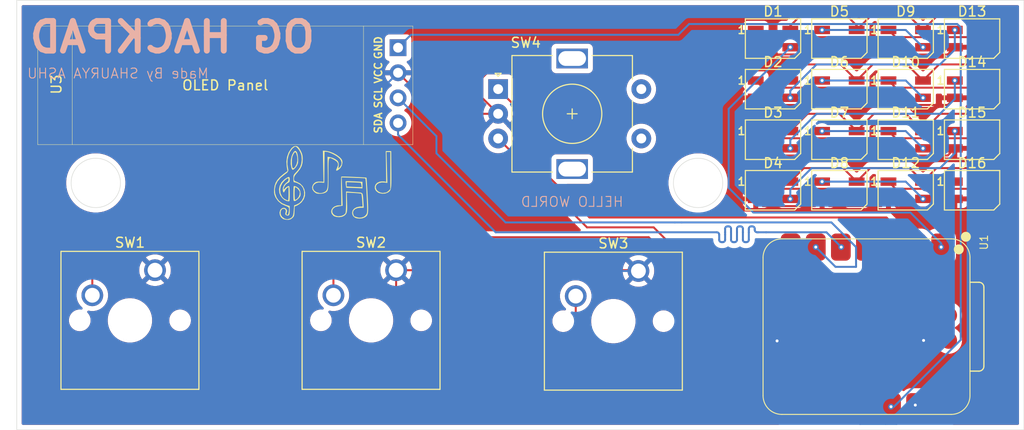
<source format=kicad_pcb>
(kicad_pcb (version 20241229) (generator "pcbnew") (generator_version "9.0")
  (layers (0 "F.Cu" signal) (2 "B.Cu" signal) (13 "F.Paste" user) (15 "B.Paste" user) (5 "F.SilkS" user "F.Silkscreen") (7 "B.SilkS" user "B.Silkscreen") (1 "F.Mask" user) (3 "B.Mask" user) (25 "Edge.Cuts" user))
  (net 0 "")
  (net 1 "Net-(D1-DOUT)")
  (net 2 "/<NO NET>")
  (net 3 "Net-(D2-DOUT)")
  (net 4 "Net-(D13-DOUT)")
  (net 5 "Net-(D3-DOUT)")
  (net 6 "Net-(D14-DOUT)")
  (net 7 "GND")
  (net 8 "Net-(D4-DOUT)")
  (net 9 "+5V")
  (net 10 "Net-(D15-DOUT)")
  (net 11 "Net-(D5-DOUT)")
  (net 12 "Net-(D10-DIN)")
  (net 13 "Net-(D11-DIN)")
  (net 14 "Net-(D12-DIN)")
  (net 15 "Net-(D13-DIN)")
  (net 16 "Net-(D10-DOUT)")
  (net 17 "Net-(D11-DOUT)")
  (net 18 "Net-(D12-DOUT)")
  (net 20 "/s1")
  (net 21 "/s2")
  (net 22 "/s3")
  (net 23 "/R2")
  (net 24 "/SDA")
  (net 25 "/SCL")
  (net 32 "VCC")
  (footprint "LED_SMD:LED_SK6812MINI_PLCC4_3.5x3.5mm_P1.75mm" (layer "F.Cu") (at 197.81 47.885)
    (property "Reference" "D5" (at 0 -2.75 0) (layer "F.SilkS"))
    (property "Value" "SK6812MINI")
    (fp_text user "1" (at -3.2 -0.875 0) (layer "F.SilkS") (effects (font (size 0.8 0.8))))
    (pad "1" smd rect (at -1.75 -0.875) (size 1.6 0.85) (layers "F.Cu" "F.Mask" "F.Paste") (net 11 "Net-(D5-DOUT)"))
    (pad "2" smd rect (at -1.75 0.875) (size 1.6 0.85) (layers "F.Cu" "F.Mask" "F.Paste") (net 7 "GND"))
    (pad "3" smd rect (at 1.75 0.875) (size 1.6 0.85) (layers "F.Cu" "F.Mask" "F.Paste") (net 1 "Net-(D1-DOUT)"))
    (pad "4" smd rect (at 1.75 -0.875) (size 1.6 0.85) (layers "F.Cu" "F.Mask" "F.Paste") (net 9 "+5V"))
  )
  (footprint "OPL Lib:XIAO-RP2040-SMD" (layer "F.Cu") (at 200.5 77 -90)
    (property "Reference" "U1" (at -9.335 -11.5 90) (layer "F.SilkS") (effects (font (size 0.78232 0.78232) (thickness 0.10668)) (justify right top)))
    (property "Value" "XIAO-RP2040-SMD")
    (pad "1" smd roundrect (at -8 -7.62 270) (size 2.75 2) (layers "F.Cu" "F.Mask" "F.Paste") (net 2 "/<NO NET>"))
    (pad "2" smd roundrect (at -8 -5.08 270) (size 2.75 2) (layers "F.Cu" "F.Mask" "F.Paste") (net 2 "/<NO NET>"))
    (pad "3" smd roundrect (at -8 -2.54 270) (size 2.75 2) (layers "F.Cu" "F.Mask" "F.Paste") (net 23 "/R2"))
    (pad "4" smd roundrect (at -8 0 270) (size 2.75 2) (layers "F.Cu" "F.Mask" "F.Paste"))
    (pad "5" smd roundrect (at -8 2.54 270) (size 2.75 2) (layers "F.Cu" "F.Mask" "F.Paste") (net 24 "/SDA"))
    (pad "6" smd roundrect (at -8 5.08 270) (size 2.75 2) (layers "F.Cu" "F.Mask" "F.Paste") (net 25 "/SCL"))
    (pad "7" smd roundrect (at -8 7.62 270) (size 2.75 2) (layers "F.Cu" "F.Mask" "F.Paste"))
    (pad "8" smd roundrect (at 8.165 7.62 270) (size 2.75 2) (layers "F.Cu" "F.Mask" "F.Paste"))
    (pad "9" smd roundrect (at 8.165 5.08 270) (size 2.75 2) (layers "F.Cu" "F.Mask" "F.Paste") (net 22 "/s3"))
    (pad "10" smd roundrect (at 8.165 2.54 270) (size 2.75 2) (layers "F.Cu" "F.Mask" "F.Paste") (net 21 "/s2"))
    (pad "11" smd roundrect (at 8.165 0 270) (size 2.75 2) (layers "F.Cu" "F.Mask" "F.Paste") (net 20 "/s1"))
    (pad "12" smd roundrect (at 8.165 -2.54 270) (size 2.75 2) (layers "F.Cu" "F.Mask" "F.Paste") (net 32 "VCC"))
    (pad "13" smd roundrect (at 8.165 -5.08 270) (size 2.75 2) (layers "F.Cu" "F.Mask" "F.Paste") (net 7 "GND"))
    (pad "14" smd roundrect (at 8.165 -7.62 270) (size 2.75 2) (layers "F.Cu" "F.Mask" "F.Paste") (net 9 "+5V"))
    (pad "15" smd roundrect (at -1.088 8.64 180) (size 2.5 1.1) (layers "F.Cu" "F.Mask" "F.Paste"))
    (pad "16" smd roundrect (at 1.452 8.64 180) (size 2.5 1.1) (layers "F.Cu" "F.Mask" "F.Paste") (net 7 "GND"))
    (pad "17" smd circle (at -1.088 -8.378 270) (size 1.7 1.7) (layers "F.Cu" "F.Mask" "F.Paste"))
    (pad "18" smd circle (at 1.452 -8.378 270) (size 1.7 1.7) (layers "F.Cu" "F.Mask" "F.Paste"))
    (pad "19" smd circle (at -1.088 -5.838 270) (size 1.7 1.7) (layers "F.Cu" "F.Mask" "F.Paste"))
    (pad "20" smd circle (at 1.452 -5.838 270) (size 1.7 1.7) (layers "F.Cu" "F.Mask" "F.Paste") (net 7 "GND"))
  )
  (footprint "LED_SMD:LED_SK6812MINI_PLCC4_3.5x3.5mm_P1.75mm" (layer "F.Cu") (at 197.81 53.005)
    (property "Reference" "D6" (at 0 -2.75 0) (layer "F.SilkS"))
    (property "Value" "SK6812MINI")
    (fp_text user "1" (at -3.2 -0.875 0) (layer "F.SilkS") (effects (font (size 0.8 0.8))))
    (pad "1" smd rect (at -1.75 -0.875) (size 1.6 0.85) (layers "F.Cu" "F.Mask" "F.Paste") (net 12 "Net-(D10-DIN)"))
    (pad "2" smd rect (at -1.75 0.875) (size 1.6 0.85) (layers "F.Cu" "F.Mask" "F.Paste") (net 7 "GND"))
    (pad "3" smd rect (at 1.75 0.875) (size 1.6 0.85) (layers "F.Cu" "F.Mask" "F.Paste") (net 3 "Net-(D2-DOUT)"))
    (pad "4" smd rect (at 1.75 -0.875) (size 1.6 0.85) (layers "F.Cu" "F.Mask" "F.Paste") (net 9 "+5V"))
  )
  (footprint "LED_SMD:LED_SK6812MINI_PLCC4_3.5x3.5mm_P1.75mm" (layer "F.Cu") (at 204.53 53.005)
    (property "Reference" "D10" (at 0 -2.75 0) (layer "F.SilkS"))
    (property "Value" "SK6812MINI")
    (fp_text user "1" (at -3.2 -0.875 0) (layer "F.SilkS") (effects (font (size 0.8 0.8))))
    (pad "1" smd rect (at -1.75 -0.875) (size 1.6 0.85) (layers "F.Cu" "F.Mask" "F.Paste") (net 16 "Net-(D10-DOUT)"))
    (pad "2" smd rect (at -1.75 0.875) (size 1.6 0.85) (layers "F.Cu" "F.Mask" "F.Paste") (net 7 "GND"))
    (pad "3" smd rect (at 1.75 0.875) (size 1.6 0.85) (layers "F.Cu" "F.Mask" "F.Paste") (net 12 "Net-(D10-DIN)"))
    (pad "4" smd rect (at 1.75 -0.875) (size 1.6 0.85) (layers "F.Cu" "F.Mask" "F.Paste") (net 9 "+5V"))
  )
  (footprint "LED_SMD:LED_SK6812MINI_PLCC4_3.5x3.5mm_P1.75mm" (layer "F.Cu") (at 197.81 58.125)
    (property "Reference" "D7" (at 0 -2.75 0) (layer "F.SilkS"))
    (property "Value" "SK6812MINI")
    (fp_text user "1" (at -3.2 -0.875 0) (layer "F.SilkS") (effects (font (size 0.8 0.8))))
    (pad "1" smd rect (at -1.75 -0.875) (size 1.6 0.85) (layers "F.Cu" "F.Mask" "F.Paste") (net 13 "Net-(D11-DIN)"))
    (pad "2" smd rect (at -1.75 0.875) (size 1.6 0.85) (layers "F.Cu" "F.Mask" "F.Paste") (net 7 "GND"))
    (pad "3" smd rect (at 1.75 0.875) (size 1.6 0.85) (layers "F.Cu" "F.Mask" "F.Paste") (net 5 "Net-(D3-DOUT)"))
    (pad "4" smd rect (at 1.75 -0.875) (size 1.6 0.85) (layers "F.Cu" "F.Mask" "F.Paste") (net 9 "+5V"))
  )
  (footprint "LED_SMD:LED_SK6812MINI_PLCC4_3.5x3.5mm_P1.75mm" (layer "F.Cu") (at 211.25 53.005)
    (property "Reference" "D14" (at 0 -2.75 0) (layer "F.SilkS"))
    (property "Value" "SK6812MINI")
    (fp_text user "1" (at -3.2 -0.875 0) (layer "F.SilkS") (effects (font (size 0.8 0.8))))
    (pad "1" smd rect (at -1.75 -0.875) (size 1.6 0.85) (layers "F.Cu" "F.Mask" "F.Paste") (net 6 "Net-(D14-DOUT)"))
    (pad "2" smd rect (at -1.75 0.875) (size 1.6 0.85) (layers "F.Cu" "F.Mask" "F.Paste") (net 7 "GND"))
    (pad "3" smd rect (at 1.75 0.875) (size 1.6 0.85) (layers "F.Cu" "F.Mask" "F.Paste") (net 16 "Net-(D10-DOUT)"))
    (pad "4" smd rect (at 1.75 -0.875) (size 1.6 0.85) (layers "F.Cu" "F.Mask" "F.Paste") (net 9 "+5V"))
  )
  (footprint "LED_SMD:LED_SK6812MINI_PLCC4_3.5x3.5mm_P1.75mm" (layer "F.Cu") (at 191.09 47.885)
    (property "Reference" "D1" (at 0 -2.75 0) (layer "F.SilkS"))
    (property "Value" "SK6812MINI")
    (fp_text user "1" (at -3.2 -0.875 0) (layer "F.SilkS") (effects (font (size 0.8 0.8))))
    (pad "1" smd rect (at -1.75 -0.875) (size 1.6 0.85) (layers "F.Cu" "F.Mask" "F.Paste") (net 1 "Net-(D1-DOUT)"))
    (pad "2" smd rect (at -1.75 0.875) (size 1.6 0.85) (layers "F.Cu" "F.Mask" "F.Paste") (net 7 "GND"))
    (pad "3" smd rect (at 1.75 0.875) (size 1.6 0.85) (layers "F.Cu" "F.Mask" "F.Paste") (net 2 "/<NO NET>"))
    (pad "4" smd rect (at 1.75 -0.875) (size 1.6 0.85) (layers "F.Cu" "F.Mask" "F.Paste") (net 9 "+5V"))
  )
  (footprint "LED_SMD:LED_SK6812MINI_PLCC4_3.5x3.5mm_P1.75mm" (layer "F.Cu") (at 191.09 63.245)
    (property "Reference" "D4" (at 0 -2.75 0) (layer "F.SilkS"))
    (property "Value" "SK6812MINI")
    (fp_text user "1" (at -3.2 -0.875 0) (layer "F.SilkS") (effects (font (size 0.8 0.8))))
    (pad "1" smd rect (at -1.75 -0.875) (size 1.6 0.85) (layers "F.Cu" "F.Mask" "F.Paste") (net 8 "Net-(D4-DOUT)"))
    (pad "2" smd rect (at -1.75 0.875) (size 1.6 0.85) (layers "F.Cu" "F.Mask" "F.Paste") (net 7 "GND"))
    (pad "3" smd rect (at 1.75 0.875) (size 1.6 0.85) (layers "F.Cu" "F.Mask" "F.Paste") (net 10 "Net-(D15-DOUT)"))
    (pad "4" smd rect (at 1.75 -0.875) (size 1.6 0.85) (layers "F.Cu" "F.Mask" "F.Paste") (net 9 "+5V"))
  )
  (footprint "Button_Switch_Keyboard:SW_Cherry_MX_1.00u_PCB" (layer "F.Cu") (at 152.92 71.34)
    (property "Reference" "SW2" (at -2.54 -2.794 0) (layer "F.SilkS"))
    (property "Value" "SW_Push")
    (pad "" np_thru_hole circle (at -7.62 5.08) (size 1.7 1.7) (drill 1.7) (layers "*.Cu" "*.Mask"))
    (pad "" np_thru_hole circle (at -2.54 5.08) (size 4 4) (drill 4) (layers "*.Cu" "*.Mask"))
    (pad "" np_thru_hole circle (at 2.54 5.08) (size 1.7 1.7) (drill 1.7) (layers "*.Cu" "*.Mask"))
    (pad "1" thru_hole circle (at 0 0) (size 2.2 2.2) (drill 1.5) (layers "*.Cu" "*.Mask") (net 7 "GND"))
    (pad "2" thru_hole circle (at -6.35 2.54) (size 2.2 2.2) (drill 1.5) (layers "*.Cu" "*.Mask") (net 21 "/s2"))
  )
  (footprint "Button_Switch_Keyboard:SW_Cherry_MX_1.00u_PCB" (layer "F.Cu") (at 177.46 71.42)
    (property "Reference" "SW3" (at -2.54 -2.794 0) (layer "F.SilkS"))
    (property "Value" "SW_Push")
    (pad "" np_thru_hole circle (at -7.62 5.08) (size 1.7 1.7) (drill 1.7) (layers "*.Cu" "*.Mask"))
    (pad "" np_thru_hole circle (at -2.54 5.08) (size 4 4) (drill 4) (layers "*.Cu" "*.Mask"))
    (pad "" np_thru_hole circle (at 2.54 5.08) (size 1.7 1.7) (drill 1.7) (layers "*.Cu" "*.Mask"))
    (pad "1" thru_hole circle (at 0 0) (size 2.2 2.2) (drill 1.5) (layers "*.Cu" "*.Mask") (net 7 "GND"))
    (pad "2" thru_hole circle (at -6.35 2.54) (size 2.2 2.2) (drill 1.5) (layers "*.Cu" "*.Mask") (net 22 "/s3"))
  )
  (footprint "LED_SMD:LED_SK6812MINI_PLCC4_3.5x3.5mm_P1.75mm" (layer "F.Cu") (at 191.09 58.125)
    (property "Reference" "D3" (at 0 -2.75 0) (layer "F.SilkS"))
    (property "Value" "SK6812MINI")
    (fp_text user "1" (at -3.2 -0.875 0) (layer "F.SilkS") (effects (font (size 0.8 0.8))))
    (pad "1" smd rect (at -1.75 -0.875) (size 1.6 0.85) (layers "F.Cu" "F.Mask" "F.Paste") (net 5 "Net-(D3-DOUT)"))
    (pad "2" smd rect (at -1.75 0.875) (size 1.6 0.85) (layers "F.Cu" "F.Mask" "F.Paste") (net 7 "GND"))
    (pad "3" smd rect (at 1.75 0.875) (size 1.6 0.85) (layers "F.Cu" "F.Mask" "F.Paste") (net 6 "Net-(D14-DOUT)"))
    (pad "4" smd rect (at 1.75 -0.875) (size 1.6 0.85) (layers "F.Cu" "F.Mask" "F.Paste") (net 9 "+5V"))
  )
  (footprint "LED_SMD:LED_SK6812MINI_PLCC4_3.5x3.5mm_P1.75mm" (layer "F.Cu") (at 204.53 63.245)
    (property "Reference" "D12" (at 0 -2.75 0) (layer "F.SilkS"))
    (property "Value" "SK6812MINI")
    (fp_text user "1" (at -3.2 -0.875 0) (layer "F.SilkS") (effects (font (size 0.8 0.8))))
    (pad "1" smd rect (at -1.75 -0.875) (size 1.6 0.85) (layers "F.Cu" "F.Mask" "F.Paste") (net 18 "Net-(D12-DOUT)"))
    (pad "2" smd rect (at -1.75 0.875) (size 1.6 0.85) (layers "F.Cu" "F.Mask" "F.Paste") (net 7 "GND"))
    (pad "3" smd rect (at 1.75 0.875) (size 1.6 0.85) (layers "F.Cu" "F.Mask" "F.Paste") (net 14 "Net-(D12-DIN)"))
    (pad "4" smd rect (at 1.75 -0.875) (size 1.6 0.85) (layers "F.Cu" "F.Mask" "F.Paste") (net 9 "+5V"))
  )
  (footprint "LED_SMD:LED_SK6812MINI_PLCC4_3.5x3.5mm_P1.75mm" (layer "F.Cu") (at 204.53 58.125)
    (property "Reference" "D11" (at 0 -2.75 0) (layer "F.SilkS"))
    (property "Value" "SK6812MINI")
    (fp_text user "1" (at -3.2 -0.875 0) (layer "F.SilkS") (effects (font (size 0.8 0.8))))
    (pad "1" smd rect (at -1.75 -0.875) (size 1.6 0.85) (layers "F.Cu" "F.Mask" "F.Paste") (net 17 "Net-(D11-DOUT)"))
    (pad "2" smd rect (at -1.75 0.875) (size 1.6 0.85) (layers "F.Cu" "F.Mask" "F.Paste") (net 7 "GND"))
    (pad "3" smd rect (at 1.75 0.875) (size 1.6 0.85) (layers "F.Cu" "F.Mask" "F.Paste") (net 13 "Net-(D11-DIN)"))
    (pad "4" smd rect (at 1.75 -0.875) (size 1.6 0.85) (layers "F.Cu" "F.Mask" "F.Paste") (net 9 "+5V"))
  )
  (footprint "LED_SMD:LED_SK6812MINI_PLCC4_3.5x3.5mm_P1.75mm" (layer "F.Cu") (at 204.53 47.885)
    (property "Reference" "D9" (at 0 -2.75 0) (layer "F.SilkS"))
    (property "Value" "SK6812MINI")
    (fp_text user "1" (at -3.2 -0.875 0) (layer "F.SilkS") (effects (font (size 0.8 0.8))))
    (pad "1" smd rect (at -1.75 -0.875) (size 1.6 0.85) (layers "F.Cu" "F.Mask" "F.Paste") (net 15 "Net-(D13-DIN)"))
    (pad "2" smd rect (at -1.75 0.875) (size 1.6 0.85) (layers "F.Cu" "F.Mask" "F.Paste") (net 7 "GND"))
    (pad "3" smd rect (at 1.75 0.875) (size 1.6 0.85) (layers "F.Cu" "F.Mask" "F.Paste") (net 11 "Net-(D5-DOUT)"))
    (pad "4" smd rect (at 1.75 -0.875) (size 1.6 0.85) (layers "F.Cu" "F.Mask" "F.Paste") (net 9 "+5V"))
  )
  (footprint "LED_SMD:LED_SK6812MINI_PLCC4_3.5x3.5mm_P1.75mm" (layer "F.Cu") (at 211.25 47.885)
    (property "Reference" "D13" (at 0 -2.75 0) (layer "F.SilkS"))
    (property "Value" "SK6812MINI")
    (fp_text user "1" (at -3.2 -0.875 0) (layer "F.SilkS") (effects (font (size 0.8 0.8))))
    (pad "1" smd rect (at -1.75 -0.875) (size 1.6 0.85) (layers "F.Cu" "F.Mask" "F.Paste") (net 4 "Net-(D13-DOUT)"))
    (pad "2" smd rect (at -1.75 0.875) (size 1.6 0.85) (layers "F.Cu" "F.Mask" "F.Paste") (net 7 "GND"))
    (pad "3" smd rect (at 1.75 0.875) (size 1.6 0.85) (layers "F.Cu" "F.Mask" "F.Paste") (net 15 "Net-(D13-DIN)"))
    (pad "4" smd rect (at 1.75 -0.875) (size 1.6 0.85) (layers "F.Cu" "F.Mask" "F.Paste") (net 9 "+5V"))
  )
  (footprint "LED_SMD:LED_SK6812MINI_PLCC4_3.5x3.5mm_P1.75mm" (layer "F.Cu") (at 211.25 63.245)
    (property "Reference" "D16" (at 0 -2.75 0) (layer "F.SilkS"))
    (property "Value" "SK6812MINI")
    (fp_text user "1" (at -3.2 -0.875 0) (layer "F.SilkS") (effects (font (size 0.8 0.8))))
    (pad "1" smd rect (at -1.75 -0.875) (size 1.6 0.85) (layers "F.Cu" "F.Mask" "F.Paste"))
    (pad "2" smd rect (at -1.75 0.875) (size 1.6 0.85) (layers "F.Cu" "F.Mask" "F.Paste") (net 7 "GND"))
    (pad "3" smd rect (at 1.75 0.875) (size 1.6 0.85) (layers "F.Cu" "F.Mask" "F.Paste") (net 18 "Net-(D12-DOUT)"))
    (pad "4" smd rect (at 1.75 -0.875) (size 1.6 0.85) (layers "F.Cu" "F.Mask" "F.Paste") (net 9 "+5V"))
  )
  (footprint "LED_SMD:LED_SK6812MINI_PLCC4_3.5x3.5mm_P1.75mm" (layer "F.Cu") (at 191.09 53.005)
    (property "Reference" "D2" (at 0 -2.75 0) (layer "F.SilkS"))
    (property "Value" "SK6812MINI")
    (fp_text user "1" (at -3.2 -0.875 0) (layer "F.SilkS") (effects (font (size 0.8 0.8))))
    (pad "1" smd rect (at -1.75 -0.875) (size 1.6 0.85) (layers "F.Cu" "F.Mask" "F.Paste") (net 3 "Net-(D2-DOUT)"))
    (pad "2" smd rect (at -1.75 0.875) (size 1.6 0.85) (layers "F.Cu" "F.Mask" "F.Paste") (net 7 "GND"))
    (pad "3" smd rect (at 1.75 0.875) (size 1.6 0.85) (layers "F.Cu" "F.Mask" "F.Paste") (net 4 "Net-(D13-DOUT)"))
    (pad "4" smd rect (at 1.75 -0.875) (size 1.6 0.85) (layers "F.Cu" "F.Mask" "F.Paste") (net 9 "+5V"))
  )
  (footprint "KiCad-SSD1306-0.91-OLED-4pin-128x32.pretty-master:SSD1306-0.91-OLED-4pin-128x32" (layer "F.Cu") (at 116.615 46.615)
    (property "Reference" "U3" (at 1.9 5.91 90) (layer "F.SilkS"))
    (property "Value" "SSD1306")
    (fp_text user "SCL" (at 34.5 7.27 270) (layer "F.SilkS") (effects (font (size 0.75 0.75))))
    (fp_text user "VCC" (at 34.5 4.73 270) (layer "F.SilkS") (effects (font (size 0.75 0.75))))
    (fp_text user "GND" (at 34.5 2.19 270) (layer "F.SilkS") (effects (font (size 0.75 0.75))))
    (fp_text user "SDA" (at 34.5 9.81 270) (layer "F.SilkS") (effects (font (size 0.75 0.75))))
    (fp_text user "OLED Panel" (at 19 6 0) (layer "F.SilkS"))
    (pad "1" thru_hole rect (at 36.5 2.19) (size 1.7 1.7) (drill 1) (layers "*.Cu" "*.Mask") (net 32 "VCC"))
    (pad "2" thru_hole oval (at 36.5 4.73) (size 1.7 1.7) (drill 1) (layers "*.Cu" "*.Mask") (net 7 "GND"))
    (pad "3" thru_hole oval (at 36.5 7.27) (size 1.7 1.7) (drill 1) (layers "*.Cu" "*.Mask") (net 25 "/SCL"))
    (pad "4" thru_hole oval (at 36.5 9.81) (size 1.7 1.7) (drill 1) (layers "*.Cu" "*.Mask") (net 24 "/SDA"))
  )
  (footprint "Button_Switch_Keyboard:SW_Cherry_MX_1.00u_PCB" (layer "F.Cu") (at 128.5 71.34)
    (property "Reference" "SW1" (at -2.54 -2.794 0) (layer "F.SilkS"))
    (property "Value" "SW_Push")
    (pad "" np_thru_hole circle (at -7.62 5.08) (size 1.7 1.7) (drill 1.7) (layers "*.Cu" "*.Mask"))
    (pad "" np_thru_hole circle (at -2.54 5.08) (size 4 4) (drill 4) (layers "*.Cu" "*.Mask"))
    (pad "" np_thru_hole circle (at 2.54 5.08) (size 1.7 1.7) (drill 1.7) (layers "*.Cu" "*.Mask"))
    (pad "1" thru_hole circle (at 0 0) (size 2.2 2.2) (drill 1.5) (layers "*.Cu" "*.Mask") (net 7 "GND"))
    (pad "2" thru_hole circle (at -6.35 2.54) (size 2.2 2.2) (drill 1.5) (layers "*.Cu" "*.Mask") (net 20 "/s1"))
  )
  (footprint "music.preety:Untitled" (layer "F.Cu") (at 146.5 62.5)
    (property "Reference" "G***" (hide yes))
    (property "Value" "LOGO" (hide yes))
  )
  (footprint "Rotary_Encoder:RotaryEncoder_Alps_EC11E-Switch_Vertical_H20mm" (layer "F.Cu") (at 163.25 53)
    (property "Reference" "SW4" (at 2.8 -4.7 0) (layer "F.SilkS"))
    (property "Value" "RotaryEncoder")
    (pad "A" thru_hole rect (at 0 0) (size 2 2) (drill 1) (layers "*.Cu" "*.Mask") (net 2 "/<NO NET>"))
    (pad "B" thru_hole circle (at 0 5) (size 2 2) (drill 1) (layers "*.Cu" "*.Mask") (net 23 "/R2"))
    (pad "C" thru_hole circle (at 0 2.5) (size 2 2) (drill 1) (layers "*.Cu" "*.Mask") (net 7 "GND"))
    (pad "MP" thru_hole rect (at 7.5 -3.1) (size 3.2 2) (drill oval 2.8 1.5) (layers "*.Cu" "*.Mask"))
    (pad "MP" thru_hole rect (at 7.5 8.1) (size 3.2 2) (drill oval 2.8 1.5) (layers "*.Cu" "*.Mask"))
    (pad "S1" thru_hole circle (at 14.5 5) (size 2 2) (drill 1) (layers "*.Cu" "*.Mask"))
    (pad "S2" thru_hole circle (at 14.5 0) (size 2 2) (drill 1) (layers "*.Cu" "*.Mask"))
  )
  (footprint "LED_SMD:LED_SK6812MINI_PLCC4_3.5x3.5mm_P1.75mm" (layer "F.Cu") (at 211.25 58.125)
    (property "Reference" "D15" (at 0 -2.75 0) (layer "F.SilkS"))
    (property "Value" "SK6812MINI")
    (fp_text user "1" (at -3.2 -0.875 0) (layer "F.SilkS") (effects (font (size 0.8 0.8))))
    (pad "1" smd rect (at -1.75 -0.875) (size 1.6 0.85) (layers "F.Cu" "F.Mask" "F.Paste") (net 10 "Net-(D15-DOUT)"))
    (pad "2" smd rect (at -1.75 0.875) (size 1.6 0.85) (layers "F.Cu" "F.Mask" "F.Paste") (net 7 "GND"))
    (pad "3" smd rect (at 1.75 0.875) (size 1.6 0.85) (layers "F.Cu" "F.Mask" "F.Paste") (net 17 "Net-(D11-DOUT)"))
    (pad "4" smd rect (at 1.75 -0.875) (size 1.6 0.85) (layers "F.Cu" "F.Mask" "F.Paste") (net 9 "+5V"))
  )
  (footprint "LED_SMD:LED_SK6812MINI_PLCC4_3.5x3.5mm_P1.75mm" (layer "F.Cu") (at 197.81 63.245)
    (property "Reference" "D8" (at 0 -2.75 0) (layer "F.SilkS"))
    (property "Value" "SK6812MINI")
    (fp_text user "1" (at -3.2 -0.875 0) (layer "F.SilkS") (effects (font (size 0.8 0.8))))
    (pad "1" smd rect (at -1.75 -0.875) (size 1.6 0.85) (layers "F.Cu" "F.Mask" "F.Paste") (net 14 "Net-(D12-DIN)"))
    (pad "2" smd rect (at -1.75 0.875) (size 1.6 0.85) (layers "F.Cu" "F.Mask" "F.Paste") (net 7 "GND"))
    (pad "3" smd rect (at 1.75 0.875) (size 1.6 0.85) (layers "F.Cu" "F.Mask" "F.Paste") (net 8 "Net-(D4-DOUT)"))
    (pad "4" smd rect (at 1.75 -0.875) (size 1.6 0.85) (layers "F.Cu" "F.Mask" "F.Paste") (net 9 "+5V"))
  )
  (gr_circle (center 183.5 62.5) (end 183.5 65) (stroke (width 0.05)) (fill no) (layer "Edge.Cuts"))
  (gr_circle (center 122.5 62.5) (end 125 62.5) (stroke (width 0.05)) (fill no) (layer "Edge.Cuts"))
  (gr_rect (start 114.5 44) (end 216.5 87.5) (stroke (width 0.05)) (fill no) (layer "Edge.Cuts"))
  (gr_text "OG HACKPAD " (at 145 49.5 0) (layer "B.SilkS") (effects (font (size 3 3) (thickness 0.6) (bold yes)) (justify left bottom mirror)))
  (gr_text "Made By SHAURYA ASHU" (at 134 52 0) (layer "B.SilkS") (effects (font (size 1 1) (thickness 0.1)) (justify left bottom mirror)))
  (gr_text "HELLO WORLD " (at 176 65 0) (layer "B.SilkS") (effects (font (size 1 1) (thickness 0.1)) (justify left bottom mirror)))
  (segment (start 198.536 47.736) (end 199.56 48.76) (width 0.2) (layer "F.Cu") (net 1))
  (segment (start 189.34 47.01) (end 190.066 47.736) (width 0.2) (layer "F.Cu") (net 1))
  (segment (start 190.066 47.736) (end 198.536 47.736) (width 0.2) (layer "F.Cu") (net 1))
  (segment (start 202.58 66) (end 205.58 69) (width 0.2) (layer "F.Cu") (net 2))
  (segment (start 172.5 66) (end 202.58 66) (width 0.2) (layer "F.Cu") (net 2))
  (segment (start 168 57.75) (end 168 61.5) (width 0.2) (layer "F.Cu") (net 2))
  (segment (start 168 61.5) (end 172.5 66) (width 0.2) (layer "F.Cu") (net 2))
  (segment (start 163.25 53) (end 168 57.75) (width 0.2) (layer "F.Cu") (net 2))
  (via (at 192.84 48.76) (size 0.6) (drill 0.3) (layers "F.Cu" "B.Cu") (net 2))
  (via (at 208.12 69) (size 0.6) (drill 0.3) (layers "F.Cu" "B.Cu") (net 2))
  (segment (start 189.101 65.5) (end 205 65.5) (width 0.2) (layer "B.Cu") (net 2))
  (segment (start 192.84 48.76) (end 186.601 54.999) (width 0.2) (layer "B.Cu") (net 2))
  (segment (start 205 65.5) (end 208.12 68.62) (width 0.2) (layer "B.Cu") (net 2))
  (segment (start 208.12 68.62) (end 208.12 69) (width 0.2) (layer "B.Cu") (net 2))
  (segment (start 186.601 63) (end 189.101 65.5) (width 0.2) (layer "B.Cu") (net 2))
  (segment (start 186.601 54.999) (end 186.601 63) (width 0.2) (layer "B.Cu") (net 2))
  (segment (start 198.536 52.856) (end 199.56 53.88) (width 0.2) (layer "F.Cu") (net 3))
  (segment (start 190.066 52.856) (end 198.536 52.856) (width 0.2) (layer "F.Cu") (net 3))
  (segment (start 189.34 52.13) (end 190.066 52.856) (width 0.2) (layer "F.Cu") (net 3))
  (via (at 209.5 47.01) (size 0.6) (drill 0.3) (layers "F.Cu" "B.Cu") (net 4))
  (via (at 192.84 53.88) (size 0.6) (drill 0.3) (layers "F.Cu" "B.Cu") (net 4))
  (segment (start 208 50.5) (end 195.5 50.5) (width 0.2) (layer "B.Cu") (net 4))
  (segment (start 192.84 53.16) (end 192.84 53.88) (width 0.2) (layer "B.Cu") (net 4))
  (segment (start 209.5 47.01) (end 209.5 49) (width 0.2) (layer "B.Cu") (net 4))
  (segment (start 195.5 50.5) (end 192.84 53.16) (width 0.2) (layer "B.Cu") (net 4))
  (segment (start 209.5 49) (end 208 50.5) (width 0.2) (layer "B.Cu") (net 4))
  (segment (start 189.34 57.25) (end 190.066 57.976) (width 0.2) (layer "F.Cu") (net 5))
  (segment (start 190.066 57.976) (end 198.536 57.976) (width 0.2) (layer "F.Cu") (net 5))
  (segment (start 198.536 57.976) (end 199.56 59) (width 0.2) (layer "F.Cu") (net 5))
  (via (at 192.84 59) (size 0.6) (drill 0.3) (layers "F.Cu" "B.Cu") (net 6))
  (via (at 209.5 52.13) (size 0.6) (drill 0.3) (layers "F.Cu" "B.Cu") (net 6))
  (segment (start 209.5 52.13) (end 209.5 54) (width 0.2) (layer "B.Cu") (net 6))
  (segment (start 208 55.5) (end 195.5 55.5) (width 0.2) (layer "B.Cu") (net 6))
  (segment (start 195.5 55.5) (end 192.84 58.16) (width 0.2) (layer "B.Cu") (net 6))
  (segment (start 209.5 54) (end 208 55.5) (width 0.2) (layer "B.Cu") (net 6))
  (segment (start 192.84 58.16) (end 192.84 59) (width 0.2) (layer "B.Cu") (net 6))
  (segment (start 189.34 48.76) (end 190.066 49.486) (width 0.2) (layer "F.Cu") (net 7))
  (segment (start 195.334 49.486) (end 196.06 48.76) (width 0.2) (layer "F.Cu") (net 7))
  (segment (start 202.054 54.606) (end 202.78 53.88) (width 0.2) (layer "F.Cu") (net 7))
  (segment (start 165.5 48) (end 185 48) (width 0.2) (layer "F.Cu") (net 7))
  (segment (start 157.27 55.5) (end 163.25 55.5) (width 0.2) (layer "F.Cu") (net 7))
  (segment (start 196.06 59) (end 196.786 59.726) (width 0.2) (layer "F.Cu") (net 7))
  (segment (start 189.34 59) (end 190.066 59.726) (width 0.2) (layer "F.Cu") (net 7))
  (segment (start 153.115 51.345) (end 157.27 55.5) (width 0.2) (layer "F.Cu") (net 7))
  (segment (start 202.054 49.486) (end 202.78 48.76) (width 0.2) (layer "F.Cu") (net 7))
  (segment (start 208.76 49.5) (end 209.5 48.76) (width 0.2) (layer "F.Cu") (net 7))
  (segment (start 202.78 64.12) (end 203.66 65) (width 0.2) (layer "F.Cu") (net 7))
  (segment (start 187.5 59.5) (end 188 59) (width 0.2) (layer "F.Cu") (net 7))
  (segment (start 187.61 55.61) (end 187.61 50.49) (width 0.2) (layer "F.Cu") (net 7))
  (segment (start 202.78 48.76) (end 203.52 49.5) (width 0.2) (layer "F.Cu") (net 7))
  (segment (start 187.5 59.5) (end 187.5 55.72) (width 0.2) (layer "F.Cu") (net 7))
  (segment (start 187.5 55.72) (end 187.61 55.61) (width 0.2) (layer "F.Cu") (net 7))
  (segment (start 187.49 50.49) (end 187.61 50.49) (width 0.2) (layer "F.Cu") (net 7))
  (segment (start 203.66 65) (end 208.62 65) (width 0.2) (layer "F.Cu") (net 7))
  (segment (start 152.92 71.34) (end 177.38 71.34) (width 0.2) (layer "F.Cu") (net 7))
  (segment (start 196.786 59.726) (end 202.054 59.726) (width 0.2) (layer "F.Cu") (net 7))
  (segment (start 190.066 49.486) (end 195.334 49.486) (width 0.2) (layer "F.Cu") (net 7))
  (segment (start 196.06 48.76) (end 196.786 49.486) (width 0.2) (layer "F.Cu") (net 7))
  (segment (start 190.066 64.846) (end 195.334 64.846) (width 0.2) (layer "F.Cu") (net 7))
  (segment (start 208.774 54.606) (end 209.5 53.88) (width 0.2) (layer "F.Cu") (net 7))
  (segment (start 202.054 59.726) (end 202.78 59) (width 0.2) (layer "F.Cu") (net 7))
  (segment (start 196.786 64.846) (end 202.054 64.846) (width 0.2) (layer "F.Cu") (net 7))
  (segment (start 203.506 59.726) (end 208.774 59.726) (width 0.2) (layer "F.Cu") (net 7))
  (segment (start 208.774 59.726) (end 209.5 59) (width 0.2) (layer "F.Cu") (net 7))
  (segment (start 189.34 53.88) (end 190.066 54.606) (width 0.2) (layer "F.Cu") (net 7))
  (segment (start 189.12 64.12) (end 187.5 62.5) (width 0.2) (layer "F.Cu") (net 7))
  (segment (start 152.92 77.92) (end 152.5 78.34) (width 0.2) (layer "F.Cu") (net 7))
  (segment (start 152.5 78.5) (end 152 79) (width 0.2) (layer "F.Cu") (net 7))
  (segment (start 196.06 53.88) (end 196.786 54.606) (width 0.2) (layer "F.Cu") (net 7))
  (segment (start 189.34 64.12) (end 190.066 64.846) (width 0.2) (layer "F.Cu") (net 7))
  (segment (start 185 48) (end 187.49 50.49) (width 0.2) (layer "F.Cu") (net 7))
  (segment (start 189.34 64.12) (end 189.12 64.12) (width 0.2) (layer "F.Cu") (net 7))
  (segment (start 188 59) (end 189.34 59) (width 0.2) (layer "F.Cu") (net 7))
  (segment (start 190.066 59.726) (end 195.334 59.726) (width 0.2) (layer "F.Cu") (net 7))
  (segment (start 203.506 54.606) (end 208.774 54.606) (width 0.2) (layer "F.Cu") (net 7))
  (segment (start 195.334 54.606) (end 196.06 53.88) (width 0.2) (layer "F.Cu") (net 7))
  (segment (start 187.5 62.5) (end 187.5 59.5) (width 0.2) (layer "F.Cu") (net 7))
  (segment (start 136.16 79) (end 128.5 71.34) (width 0.2) (layer "F.Cu") (net 7))
  (segment (start 152.5 78.34) (end 152.5 78.5) (width 0.2) (layer "F.Cu") (net 7))
  (segment (start 195.334 64.846) (end 196.06 64.12) (width 0.2) (layer "F.Cu") (net 7))
  (segment (start 202.78 59) (end 203.506 59.726) (width 0.2) (layer "F.Cu") (net 7))
  (segment (start 152 79) (end 136.16 79) (width 0.2) (layer "F.Cu") (net 7))
  (segment (start 152.92 71.34) (end 152.92 77.92) (width 0.2) (layer "F.Cu") (net 7))
  (segment (start 196.786 54.606) (end 202.054 54.606) (width 0.2) (layer "F.Cu") (net 7))
  (segment (start 177.38 71.34) (end 177.46 71.42) (width 0.2) (layer "F.Cu") (net 7))
  (segment (start 202.78 53.88) (end 203.506 54.606) (width 0.2) (layer "F.Cu") (net 7))
  (segment (start 161.5 52) (end 165.5 48) (width 0.2) (layer "F.Cu") (net 7))
  (segment (start 203.52 49.5) (end 208.76 49.5) (width 0.2) (layer "F.Cu") (net 7))
  (segment (start 161.5 53.75) (end 161.5 52) (width 0.2) (layer "F.Cu") (net 7))
  (segment (start 190.066 54.606) (end 195.334 54.606) (width 0.2) (layer "F.Cu") (net 7))
  (segment (start 187.61 55.61) (end 189.34 53.88) (width 0.2) (layer "F.Cu") (net 7))
  (segment (start 208.62 65) (end 209.5 64.12) (width 0.2) (layer "F.Cu") (net 7))
  (segment (start 202.054 64.846) (end 202.78 64.12) (width 0.2) (layer "F.Cu") (net 7))
  (segment (start 187.61 50.49) (end 189.34 48.76) (width 0.2) (layer "F.Cu") (net 7))
  (segment (start 196.06 64.12) (end 196.786 64.846) (width 0.2) (layer "F.Cu") (net 7))
  (segment (start 196.786 49.486) (end 202.054 49.486) (width 0.2) (layer "F.Cu") (net 7))
  (segment (start 195.334 59.726) (end 196.06 59) (width 0.2) (layer "F.Cu") (net 7))
  (segment (start 163.25 55.5) (end 161.5 53.75) (width 0.2) (layer "F.Cu") (net 7))
  (via (at 191.5 78.5) (size 0.6) (drill 0.3) (layers "F.Cu" "B.Cu") (net 7))
  (via (at 205.5 85) (size 0.6) (drill 0.3) (layers "F.Cu" "B.Cu") (net 7))
  (via (at 206.338 78.452) (size 0.6) (drill 0.3) (layers "F.Cu" "B.Cu") (net 7))
  (segment (start 202.5 86.899) (end 203.601 86.899) (width 0.2) (layer "B.Cu") (net 7))
  (segment (start 184.54 78.5) (end 191.5 78.5) (width 0.2) (layer "B.Cu") (net 7))
  (segment (start 206.338 78.452) (end 199.899 84.891) (width 0.2) (layer "B.Cu") (net 7))
  (segment (start 177.46 71.42) (end 163.42 71.42) (width 0.2) (layer "B.Cu") (net 7))
  (segment (start 177.46 71.42) (end 184.54 78.5) (width 0.2) (layer "B.Cu") (net 7))
  (segment (start 205.25 85.25) (end 205.5 85) (width 0.2) (layer "B.Cu") (net 7))
  (segment (start 199.899 84.891) (end 199.899 86.899) (width 0.2) (layer "B.Cu") (net 7))
  (segment (start 163.42 71.42) (end 151 59) (width 0.2) (layer "B.Cu") (net 7))
  (segment (start 151 53.46) (end 153.115 51.345) (width 0.2) (layer "B.Cu") (net 7))
  (segment (start 151 59) (end 151 53.46) (width 0.2) (layer "B.Cu") (net 7))
  (segment (start 191.5 78.5) (end 199.899 86.899) (width 0.2) (layer "B.Cu") (net 7))
  (segment (start 203.601 86.899) (end 205.25 85.25) (width 0.2) (layer "B.Cu") (net 7))
  (segment (start 199.899 86.899) (end 202.5 86.899) (width 0.2) (layer "B.Cu") (net 7))
  (segment (start 190.066 63.096) (end 198.536 63.096) (width 0.2) (layer "F.Cu") (net 8))
  (segment (start 198.536 63.096) (end 199.56 64.12) (width 0.2) (layer "F.Cu") (net 8))
  (segment (start 189.34 62.37) (end 190.066 63.096) (width 0.2) (layer "F.Cu") (net 8))
  (segment (start 214.5 55.75) (end 213 57.25) (width 0.2) (layer "F.Cu") (net 9))
  (segment (start 211.63 61) (end 213 62.37) (width 0.2) (layer "F.Cu") (net 9))
  (segment (start 204.65 50.5) (end 206.28 52.13) (width 0.2) (layer "F.Cu") (net 9))
  (segment (start 214.13 52.13) (end 214.5 52.5) (width 0.2) (layer "F.Cu") (net 9))
  (segment (start 211.37 50.5) (end 213 52.13) (width 0.2) (layer "F.Cu") (net 9))
  (segment (start 214.5 84) (end 214.5 62) (width 0.2) (layer "F.Cu") (net 9))
  (segment (start 208.03 55.5) (end 211.25 55.5) (width 0.2) (layer "F.Cu") (net 9))
  (segment (start 200.93 61) (end 204.91 61) (width 0.2) (layer "F.Cu") (net 9))
  (segment (start 207.65 61) (end 211.63 61) (width 0.2) (layer "F.Cu") (net 9))
  (segment (start 213 47.01) (end 214.51 47.01) (width 0.2) (layer "F.Cu") (net 9))
  (segment (start 214.5 62) (end 214.13 62.37) (width 0.2) (layer "F.Cu") (net 9))
  (segment (start 213.87 52.13) (end 213 52.13) (width 0.2) (layer "F.Cu") (net 9))
  (segment (start 201.07 45.5) (end 204.77 45.5) (width 0.2) (layer "F.Cu") (net 9))
  (segment (start 211.25 55.5) (end 213 57.25) (width 0.2) (layer "F.Cu") (net 9))
  (segment (start 197.93 50.5) (end 199.56 52.13) (width 0.2) (layer "F.Cu") (net 9))
  (segment (start 208.12 85.165) (end 213.335 85.165) (width 0.2) (layer "F.Cu") (net 9))
  (segment (start 194.59 55.5) (end 197.81 55.5) (width 0.2) (layer "F.Cu") (net 9))
  (segment (start 192.84 47.01) (end 192.84 46.585) (width 0.2) (layer "F.Cu") (net 9))
  (segment (start 201.31 55.5) (end 204.53 55.5) (width 0.2) (layer "F.Cu") (net 9))
  (segment (start 213.335 85.165) (end 214.5 84) (width 0.2) (layer "F.Cu") (net 9))
  (segment (start 206.28 52.13) (end 207.91 50.5) (width 0.2) (layer "F.Cu") (net 9))
  (segment (start 204.77 45.5) (end 206.28 47.01) (width 0.2) (layer "F.Cu") (net 9))
  (segment (start 198.5 45.5) (end 199.56 46.56) (width 0.2) (layer "F.Cu") (net 9))
  (segment (start 204.91 61) (end 206.28 62.37) (width 0.2) (layer "F.Cu") (net 9))
  (segment (start 192.84 46.585) (end 193.925 45.5) (width 0.2) (layer "F.Cu") (net 9))
  (segment (start 199.56 57.25) (end 201.31 55.5) (width 0.2) (layer "F.Cu") (net 9))
  (segment (start 214.51 47.01) (end 214.5 47.02) (width 0.2) (layer "F.Cu") (net 9))
  (segment (start 192.84 62.37) (end 194.21 61) (width 0.2) (layer "F.Cu") (net 9))
  (segment (start 194 50.5) (end 197.93 50.5) (width 0.2) (layer "F.Cu") (net 9))
  (segment (start 206.28 47.01) (end 207.79 45.5) (width 0.2) (layer "F.Cu") (net 9))
  (segment (start 214.5 47.02) (end 214.5 51.5) (width 0.2) (layer "F.Cu") (net 9))
  (segment (start 213 57.25) (end 214.25 57.25) (width 0.2) (layer "F.Cu") (net 9))
  (segment (start 199.56 52.13) (end 201.19 50.5) (width 0.2) (layer "F.Cu") (net 9))
  (segment (start 214.5 52.5) (end 214.5 55.75) (width 0.2) (layer "F.Cu") (net 9))
  (segment (start 206.28 57.25) (end 208.03 55.5) (width 0.2) (layer "F.Cu") (net 9))
  (segment (start 199.56 46.56) (end 199.56 47.01) (width 0.2) (layer "F.Cu") (net 9))
  (segment (start 207.79 45.5) (end 211.49 45.5) (width 0.2) (layer "F.Cu") (net 9))
  (segment (start 214.5 51.5) (end 213.87 52.13) (width 0.2) (layer "F.Cu") (net 9))
  (segment (start 207.91 50.5) (end 211.37 50.5) (width 0.2) (layer "F.Cu") (net 9))
  (segment (start 199.56 47.01) (end 201.07 45.5) (width 0.2) (layer "F.Cu") (net 9))
  (segment (start 211.49 45.5) (end 213 47.01) (width 0.2) (layer "F.Cu") (net 9))
  (segment (start 206.28 62.37) (end 207.65 61) (width 0.2) (layer "F.Cu") (net 9))
  (segment (start 194.21 61) (end 198.19 61) (width 0.2) (layer "F.Cu") (net 9))
  (segment (start 198.19 61) (end 199.56 62.37) (width 0.2) (layer "F.Cu") (net 9))
  (segment (start 192.84 52.13) (end 192.84 51.66) (width 0.2) (layer "F.Cu") (net 9))
  (segment (start 214.25 57.25) (end 214.5 57.5) (width 0.2) (layer "F.Cu") (net 9))
  (segment (start 192.84 51.66) (end 194 50.5) (width 0.2) (layer "F.Cu") (net 9))
  (segment (start 213 52.13) (end 214.13 52.13) (width 0.2) (layer "F.Cu") (net 9))
  (segment (start 193.925 45.5) (end 198.5 45.5) (width 0.2) (layer "F.Cu") (net 9))
  (segment (start 204.53 55.5) (end 206.28 57.25) (width 0.2) (layer "F.Cu") (net 9))
  (segment (start 192.84 57.25) (end 194.59 55.5) (width 0.2) (layer "F.Cu") (net 9))
  (segment (start 214.5 57.5) (end 214.5 62) (width 0.2) (layer "F.Cu") (net 9))
  (segment (start 199.56 62.37) (end 200.93 61) (width 0.2) (layer "F.Cu") (net 9))
  (segment (start 197.81 55.5) (end 199.56 57.25) (width 0.2) (layer "F.Cu") (net 9))
  (segment (start 201.19 50.5) (end 204.65 50.5) (width 0.2) (layer "F.Cu") (net 9))
  (segment (start 214.13 62.37) (end 213 62.37) (width 0.2) (layer "F.Cu") (net 9))
  (via (at 209.5 57.25) (size 0.6) (drill 0.3) (layers "F.Cu" "B.Cu") (net 10))
  (via (at 192.84 64.12) (size 0.6) (drill 0.3) (layers "F.Cu" "B.Cu") (net 10))
  (segment (start 195 61) (end 192.84 63.16) (width 0.2) (layer "B.Cu") (net 10))
  (segment (start 209.5 57.25) (end 209.5 59.5) (width 0.2) (layer "B.Cu") (net 10))
  (segment (start 208 61) (end 195 61) (width 0.2) (layer "B.Cu") (net 10))
  (segment (start 209.5 59.5) (end 208 61) (width 0.2) (layer "B.Cu") (net 10))
  (segment (start 192.84 63.16) (end 192.84 64.12) (width 0.2) (layer "B.Cu") (net 10))
  (via (at 196.06 47.01) (size 0.6) (drill 0.3) (layers "F.Cu" "B.Cu") (net 11))
  (via (at 206.28 48.76) (size 0.6) (drill 0.3) (layers "F.Cu" "B.Cu") (net 11))
  (segment (start 204.53 47.01) (end 206.28 48.76) (width 0.2) (layer "B.Cu") (net 11))
  (segment (start 196.06 47.01) (end 204.53 47.01) (width 0.2) (layer "B.Cu") (net 11))
  (via (at 206.28 53.88) (size 0.6) (drill 0.3) (layers "F.Cu" "B.Cu") (net 12))
  (via (at 196.06 52.13) (size 0.6) (drill 0.3) (layers "F.Cu" "B.Cu") (net 12))
  (segment (start 196.06 52.13) (end 204.53 52.13) (width 0.2) (layer "B.Cu") (net 12))
  (segment (start 204.53 52.13) (end 206.28 53.88) (width 0.2) (layer "B.Cu") (net 12))
  (via (at 206.28 59) (size 0.6) (drill 0.3) (layers "F.Cu" "B.Cu") (net 13))
  (via (at 196.06 57.25) (size 0.6) (drill 0.3) (layers "F.Cu" "B.Cu") (net 13))
  (segment (start 196.06 57.25) (end 204.53 57.25) (width 0.2) (layer "B.Cu") (net 13))
  (segment (start 204.53 57.25) (end 206.28 59) (width 0.2) (layer "B.Cu") (net 13))
  (via (at 196.06 62.37) (size 0.6) (drill 0.3) (layers "F.Cu" "B.Cu") (net 14))
  (via (at 206.28 64.12) (size 0.6) (drill 0.3) (layers "F.Cu" "B.Cu") (net 14))
  (segment (start 196.06 62.37) (end 204.53 62.37) (width 0.2) (layer "B.Cu") (net 14))
  (segment (start 204.53 62.37) (end 206.28 64.12) (width 0.2) (layer "B.Cu") (net 14))
  (segment (start 202.78 47.01) (end 203.506 47.736) (width 0.2) (layer "F.Cu") (net 15))
  (segment (start 211.976 47.736) (end 213 48.76) (width 0.2) (layer "F.Cu") (net 15))
  (segment (start 203.506 47.736) (end 211.976 47.736) (width 0.2) (layer "F.Cu") (net 15))
  (segment (start 202.78 52.13) (end 203.506 52.856) (width 0.2) (layer "F.Cu") (net 16))
  (segment (start 211.976 52.856) (end 213 53.88) (width 0.2) (layer "F.Cu") (net 16))
  (segment (start 203.506 52.856) (end 211.976 52.856) (width 0.2) (layer "F.Cu") (net 16))
  (segment (start 202.78 57.25) (end 203.506 57.976) (width 0.2) (layer "F.Cu") (net 17))
  (segment (start 203.506 57.976) (end 211.976 57.976) (width 0.2) (layer "F.Cu") (net 17))
  (segment (start 211.976 57.976) (end 213 59) (width 0.2) (layer "F.Cu") (net 17))
  (segment (start 202.78 62.37) (end 203.506 63.096) (width 0.2) (layer "F.Cu") (net 18))
  (segment (start 203.506 63.096) (end 211.976 63.096) (width 0.2) (layer "F.Cu") (net 18))
  (segment (start 211.976 63.096) (end 213 64.12) (width 0.2) (layer "F.Cu") (net 18))
  (segment (start 196 82) (end 197.335 82) (width 0.2) (layer "F.Cu") (net 20))
  (segment (start 122.15 69.85) (end 124 68) (width 0.2) (layer "F.Cu") (net 20))
  (segment (start 122.15 73.88) (end 122.15 69.85) (width 0.2) (layer "F.Cu") (net 20))
  (segment (start 183.5 79.5) (end 193.5 79.5) (width 0.2) (layer "F.Cu") (net 20))
  (segment (start 193.5 79.5) (end 196 82) (width 0.2) (layer "F.Cu") (net 20))
  (segment (start 124 68) (end 178.5 68) (width 0.2) (layer "F.Cu") (net 20))
  (segment (start 178.5 68) (end 182.5 72) (width 0.2) (layer "F.Cu") (net 20))
  (segment (start 182.5 72) (end 182.5 78.5) (width 0.2) (layer "F.Cu") (net 20))
  (segment (start 182.5 78.5) (end 183.5 79.5) (width 0.2) (layer "F.Cu") (net 20))
  (segment (start 197.335 82) (end 200.5 85.165) (width 0.2) (layer "F.Cu") (net 20))
  (segment (start 181.5 72.5) (end 181.5 79) (width 0.2) (layer "F.Cu") (net 21))
  (segment (start 146.57 73.88) (end 146.57 70.43) (width 0.2) (layer "F.Cu") (net 21))
  (segment (start 148 69) (end 178 69) (width 0.2) (layer "F.Cu") (net 21))
  (segment (start 146.57 70.43) (end 148 69) (width 0.2) (layer "F.Cu") (net 21))
  (segment (start 178 69) (end 181.5 72.5) (width 0.2) (layer "F.Cu") (net 21))
  (segment (start 193.295 80.5) (end 197.96 85.165) (width 0.2) (layer "F.Cu") (net 21))
  (segment (start 181.5 79) (end 183 80.5) (width 0.2) (layer "F.Cu") (net 21))
  (segment (start 183 80.5) (end 193.295 80.5) (width 0.2) (layer "F.Cu") (net 21))
  (segment (start 195.42 83.42) (end 195.42 85.165) (width 0.2) (layer "F.Cu") (net 22))
  (segment (start 171.11 73.96) (end 171.11 76.61) (width 0.2) (layer "F.Cu") (net 22))
  (segment (start 193.5 81.5) (end 195.42 83.42) (width 0.2) (layer "F.Cu") (net 22))
  (segment (start 171.11 76.61) (end 176 81.5) (width 0.2) (layer "F.Cu") (net 22))
  (segment (start 176 81.5) (end 193.5 81.5) (width 0.2) (layer "F.Cu") (net 22))
  (segment (start 172.25 67) (end 179 67) (width 0.2) (layer "F.Cu") (net 23))
  (segment (start 179 67) (end 185 73) (width 0.2) (layer "F.Cu") (net 23))
  (segment (start 163.25 58) (end 172.25 67) (width 0.2) (layer "F.Cu") (net 23))
  (segment (start 185 73) (end 201 73) (width 0.2) (layer "F.Cu") (net 23))
  (segment (start 203.04 70.96) (end 203.04 69) (width 0.2) (layer "F.Cu") (net 23))
  (segment (start 201 73) (end 203.04 70.96) (width 0.2) (layer "F.Cu") (net 23))
  (via (at 198 69) (size 0.6) (drill 0.3) (layers "F.Cu" "B.Cu") (net 24))
  (segment (start 189.47854 67.5) (end 189.59854 67.5) (width 0.2) (layer "B.Cu") (net 24))
  (segment (start 186.23854 67.74) (end 186.23854 67.5) (width 0.2) (layer "B.Cu") (net 24))
  (segment (start 153.115 57.615) (end 163 67.5) (width 0.2) (layer "B.Cu") (net 24))
  (segment (start 186.47854 66.9) (end 186.59854 66.9) (width 0.2) (layer "B.Cu") (net 24))
  (segment (start 188.03854 67.5) (end 188.03854 68.26) (width 0.2) (layer "B.Cu") (net 24))
  (segment (start 185.87854 68.5) (end 185.99854 68.5) (width 0.2) (layer "B.Cu") (net 24))
  (segment (start 186.83854 67.14) (end 186.83854 67.5) (width 0.2) (layer "B.Cu") (net 24))
  (segment (start 187.43854 67.5) (end 187.43854 67.14) (width 0.2) (layer "B.Cu") (net 24))
  (segment (start 187.07854 68.5) (end 187.19854 68.5) (width 0.2) (layer "B.Cu") (net 24))
  (segment (start 196.5 67.5) (end 198 69) (width 0.2) (layer "B.Cu") (net 24))
  (segment (start 188.87854 66.9) (end 188.99854 66.9) (width 0.2) (layer "B.Cu") (net 24))
  (segment (start 188.63854 67.26) (end 188.63854 67.14) (width 0.2) (layer "B.Cu") (net 24))
  (segment (start 186.23854 67.5) (end 186.23854 67.14) (width 0.2) (layer "B.Cu") (net 24))
  (segment (start 153.115 56.425) (end 153.115 57.615) (width 0.2) (layer "B.Cu") (net 24))
  (segment (start 189.23854 67.14) (end 189.23854 67.26) (width 0.2) (layer "B.Cu") (net 24))
  (segment (start 188.63854 68.26) (end 188.63854 67.5) (width 0.2) (layer "B.Cu") (net 24))
  (segment (start 188.63854 67.5) (end 188.63854 67.26) (width 0.2) (layer "B.Cu") (net 24))
  (segment (start 190.390132 67.5) (end 196.5 67.5) (width 0.2) (layer "B.Cu") (net 24))
  (segment (start 186.83854 67.5) (end 186.83854 68.26) (width 0.2) (layer "B.Cu") (net 24))
  (segment (start 187.67854 66.9) (end 187.79854 66.9) (width 0.2) (layer "B.Cu") (net 24))
  (segment (start 186.23854 68.26) (end 186.23854 67.74) (width 0.2) (layer "B.Cu") (net 24))
  (segment (start 163 67.5) (end 185.39854 67.5) (width 0.2) (layer "B.Cu") (net 24))
  (segment (start 189.59854 67.5) (end 190.390132 67.5) (width 0.2) (layer "B.Cu") (net 24))
  (segment (start 188.27854 68.5) (end 188.39854 68.5) (width 0.2) (layer "B.Cu") (net 24))
  (segment (start 188.03854 67.14) (end 188.03854 67.5) (width 0.2) (layer "B.Cu") (net 24))
  (segment (start 187.43854 68.26) (end 187.43854 67.5) (width 0.2) (layer "B.Cu") (net 24))
  (segment (start 185.63854 67.74) (end 185.63854 68.26) (width 0.2) (layer "B.Cu") (net 24))
  (arc (start 186.83854 68.26) (mid 186.908834 68.429706) (end 187.07854 68.5) (width 0.2) (layer "B.Cu") (net 24))
  (arc (start 188.63854 67.14) (mid 188.708834 66.970294) (end 188.87854 66.9) (width 0.2) (layer "B.Cu") (net 24))
  (arc (start 187.79854 66.9) (mid 187.968246 66.970294) (end 188.03854 67.14) (width 0.2) (layer "B.Cu") (net 24))
  (arc (start 186.23854 67.14) (mid 186.308834 66.970294) (end 186.47854 66.9) (width 0.2) (layer "B.Cu") (net 24))
  (arc (start 187.19854 68.5) (mid 187.368246 68.429706) (end 187.43854 68.26) (width 0.2) (layer "B.Cu") (net 24))
  (arc (start 188.03854 68.26) (mid 188.108834 68.429706) (end 188.27854 68.5) (width 0.2) (layer "B.Cu") (net 24))
  (arc (start 187.43854 67.14) (mid 187.508834 66.970294) (end 187.67854 66.9) (width 0.2) (layer "B.Cu") (net 24))
  (arc (start 185.39854 67.5) (mid 185.568246 67.570294) (end 185.63854 67.74) (width 0.2) (layer "B.Cu") (net 24))
  (arc (start 185.63854 68.26) (mid 185.708834 68.429706) (end 185.87854 68.5) (width 0.2) (layer "B.Cu") (net 24))
  (arc (start 186.59854 66.9) (mid 186.768246 66.970294) (end 186.83854 67.14) (width 0.2) (layer "B.Cu") (net 24))
  (arc (start 189.23854 67.26) (mid 189.308834 67.429706) (end 189.47854 67.5) (width 0.2) (layer "B.Cu") (net 24))
  (arc (start 188.39854 68.5) (mid 188.568246 68.429706) (end 188.63854 68.26) (width 0.2) (layer "B.Cu") (net 24))
  (arc (start 188.99854 66.9) (mid 189.168246 66.970294) (end 189.23854 67.14) (width 0.2) (layer "B.Cu") (net 24))
  (arc (start 185.99854 68.5) (mid 186.168246 68.429706) (end 186.23854 68.26) (width 0.2) (layer "B.Cu") (net 24))
  (via (at 195.42 69) (size 0.6) (drill 0.3) (layers "F.Cu" "B.Cu") (net 25))
  (segment (start 157 59.5) (end 164 66.5) (width 0.2) (layer "B.Cu") (net 25))
  (segment (start 164 66.5) (end 165.5 66.5) (width 0.2) (layer "B.Cu") (net 25))
  (segment (start 197 66.5) (end 199.5 69) (width 0.2) (layer "B.Cu") (net 25))
  (segment (start 157 57.77) (end 157 59.5) (width 0.2) (layer "B.Cu") (net 25))
  (segment (start 199.5 71) (end 197.42 71) (width 0.2) (layer "B.Cu") (net 25))
  (segment (start 181.831908 66.5) (end 197 66.5) (width 0.2) (layer "B.Cu") (net 25))
  (segment (start 181.150052 66.5) (end 181.831908 66.5) (width 0.2) (layer "B.Cu") (net 25))
  (segment (start 165.5 66.5) (end 181.150052 66.5) (width 0.2) (layer "B.Cu") (net 25))
  (segment (start 153.115 53.885) (end 157 57.77) (width 0.2) (layer "B.Cu") (net 25))
  (segment (start 199.5 69) (end 199.5 71) (width 0.2) (layer "B.Cu") (net 25))
  (segment (start 197.42 71) (end 195.42 69) (width 0.2) (layer "B.Cu") (net 25))
  (via (at 203.04 85.165) (size 0.6) (drill 0.3) (layers "F.Cu" "B.Cu") (net 32))
  (segment (start 209.748943 46.409) (end 210.101 46.761057) (width 0.2) (layer "B.Cu") (net 32))
  (segment (start 153.115 48.805) (end 154.42 47.5) (width 0.2) (layer "B.Cu") (net 32))
  (segment (start 182.591 46.409) (end 209.748943 46.409) (width 0.2) (layer "B.Cu") (net 32))
  (segment (start 210.101 46.761057) (end 210.101 78.399) (width 0.2) (layer "B.Cu") (net 32))
  (segment (start 181.5 47.5) (end 182.591 46.409) (width 0.2) (layer "B.Cu") (net 32))
  (segment (start 210.101 78.399) (end 203.5 85) (width 0.2) (layer "B.Cu") (net 32))
  (segment (start 154.42 47.5) (end 181.5 47.5) (width 0.2) (layer "B.Cu") (net 32))
  (segment (start 203.5 85) (end 203.75 84.75) (width 0.2) (layer "B.Cu") (net 32))
  (segment (start 203.04 85.165) (end 203.335 85.165) (width 0.2) (layer "B.Cu") (net 32))
  (segment (start 203.335 85.165) (end 203.5 85) (width 0.2) (layer "B.Cu") (net 32))
  (zone (net 7) (net_name "GND") (layers "F.Cu" "B.Cu") (connect_pads (clearance 0.5)) (min_thickness 0.25) (fill yes (thermal_gap 0.5) (thermal_bridge_width 0.5) (smoothing chamfer))
    (polygon (pts (xy 114.5 44) (xy 114.5 87.5) (xy 216.5 87.5) (xy 216.5 44)))
  )
)
</source>
